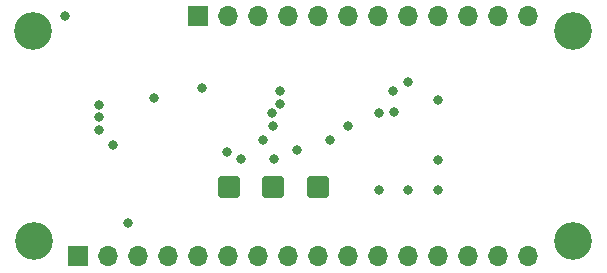
<source format=gbr>
%TF.GenerationSoftware,KiCad,Pcbnew,(6.0.10-0)*%
%TF.CreationDate,2023-01-20T18:51:18-05:00*%
%TF.ProjectId,EyeSPI-Featherwing,45796553-5049-42d4-9665-617468657277,1.0.0*%
%TF.SameCoordinates,Original*%
%TF.FileFunction,Copper,L3,Inr*%
%TF.FilePolarity,Positive*%
%FSLAX46Y46*%
G04 Gerber Fmt 4.6, Leading zero omitted, Abs format (unit mm)*
G04 Created by KiCad (PCBNEW (6.0.10-0)) date 2023-01-20 18:51:18*
%MOMM*%
%LPD*%
G01*
G04 APERTURE LIST*
G04 Aperture macros list*
%AMRoundRect*
0 Rectangle with rounded corners*
0 $1 Rounding radius*
0 $2 $3 $4 $5 $6 $7 $8 $9 X,Y pos of 4 corners*
0 Add a 4 corners polygon primitive as box body*
4,1,4,$2,$3,$4,$5,$6,$7,$8,$9,$2,$3,0*
0 Add four circle primitives for the rounded corners*
1,1,$1+$1,$2,$3*
1,1,$1+$1,$4,$5*
1,1,$1+$1,$6,$7*
1,1,$1+$1,$8,$9*
0 Add four rect primitives between the rounded corners*
20,1,$1+$1,$2,$3,$4,$5,0*
20,1,$1+$1,$4,$5,$6,$7,0*
20,1,$1+$1,$6,$7,$8,$9,0*
20,1,$1+$1,$8,$9,$2,$3,0*%
G04 Aperture macros list end*
%TA.AperFunction,ComponentPad*%
%ADD10RoundRect,0.250000X-0.675000X-0.675000X0.675000X-0.675000X0.675000X0.675000X-0.675000X0.675000X0*%
%TD*%
%TA.AperFunction,ComponentPad*%
%ADD11R,1.700000X1.700000*%
%TD*%
%TA.AperFunction,ComponentPad*%
%ADD12O,1.700000X1.700000*%
%TD*%
%TA.AperFunction,ViaPad*%
%ADD13C,3.200000*%
%TD*%
%TA.AperFunction,ViaPad*%
%ADD14C,0.800000*%
%TD*%
G04 APERTURE END LIST*
D10*
%TO.N,/GPIO2*%
%TO.C,J108*%
X142176500Y-109308343D03*
%TD*%
%TO.N,/~{MEM_CS}*%
%TO.C,J109*%
X149745700Y-109308343D03*
%TD*%
%TO.N,/GPIO1*%
%TO.C,J107*%
X145961100Y-109308343D03*
%TD*%
D11*
%TO.N,/VBAT*%
%TO.C,J102*%
X139611100Y-94843600D03*
D12*
%TO.N,/EN*%
X142151100Y-94843600D03*
%TO.N,/VBUS*%
X144691100Y-94843600D03*
%TO.N,/13*%
X147231100Y-94843600D03*
%TO.N,/12*%
X149771100Y-94843600D03*
%TO.N,/11*%
X152311100Y-94843600D03*
%TO.N,/10*%
X154851100Y-94843600D03*
%TO.N,/9*%
X157391100Y-94843600D03*
%TO.N,/6*%
X159931100Y-94843600D03*
%TO.N,/5*%
X162471100Y-94843600D03*
%TO.N,/SCL*%
X165011100Y-94843600D03*
%TO.N,/SDA*%
X167551100Y-94843600D03*
%TD*%
D11*
%TO.N,/~{RST}*%
%TO.C,J101*%
X129451100Y-115163600D03*
D12*
%TO.N,+3V3*%
X131991100Y-115163600D03*
%TO.N,/AREF*%
X134531100Y-115163600D03*
%TO.N,GND*%
X137071100Y-115163600D03*
%TO.N,/A0*%
X139611100Y-115163600D03*
%TO.N,/A1*%
X142151100Y-115163600D03*
%TO.N,/A2*%
X144691100Y-115163600D03*
%TO.N,/A3*%
X147231100Y-115163600D03*
%TO.N,/A4*%
X149771100Y-115163600D03*
%TO.N,/A5*%
X152311100Y-115163600D03*
%TO.N,/SCK*%
X154851100Y-115163600D03*
%TO.N,/MOSI*%
X157391100Y-115163600D03*
%TO.N,/MISO*%
X159931100Y-115163600D03*
%TO.N,/0 RX*%
X162471100Y-115163600D03*
%TO.N,/1 TX*%
X165011100Y-115163600D03*
%TO.N,GND*%
X167551100Y-115163600D03*
%TD*%
D13*
%TO.N,*%
X171361100Y-113893600D03*
X171361100Y-96113600D03*
X125730000Y-113893600D03*
X125641100Y-96113600D03*
D14*
%TO.N,GND*%
X135826500Y-101752400D03*
X128333500Y-94843600D03*
%TO.N,/~{RST}*%
X159931100Y-107010200D03*
X159931100Y-101879400D03*
%TO.N,/EYESPI_SCK*%
X131203700Y-102311200D03*
X154876500Y-109524800D03*
%TO.N,/EYESPI_MOSI*%
X131203700Y-103352600D03*
X157365700Y-109524800D03*
%TO.N,/EYESPI_MISO*%
X131203700Y-104444800D03*
X159931100Y-109550200D03*
%TO.N,/TFT_DC*%
X157391100Y-100406200D03*
X139941300Y-100914200D03*
%TO.N,/~{TFT_RST}*%
X146506600Y-101193600D03*
X156121100Y-101168200D03*
%TO.N,/~{TFT_CS}*%
X156146500Y-102895400D03*
X146506600Y-102235000D03*
%TO.N,/~{CARD_CS}*%
X154876500Y-103022400D03*
X145859500Y-103047800D03*
%TO.N,/~{MEM_CS}*%
X132397500Y-105765600D03*
%TO.N,/EYESPI_SCL*%
X145097500Y-105333800D03*
X150736300Y-105333800D03*
%TO.N,/EYESPI_SDA*%
X147993100Y-106121200D03*
X142074900Y-106324400D03*
%TO.N,/INT*%
X143230183Y-106871700D03*
X146050000Y-106921300D03*
%TO.N,/~{TS_CS}*%
X145935700Y-104140000D03*
X152311100Y-104114600D03*
%TO.N,+3V3*%
X133642100Y-112318800D03*
%TD*%
M02*

</source>
